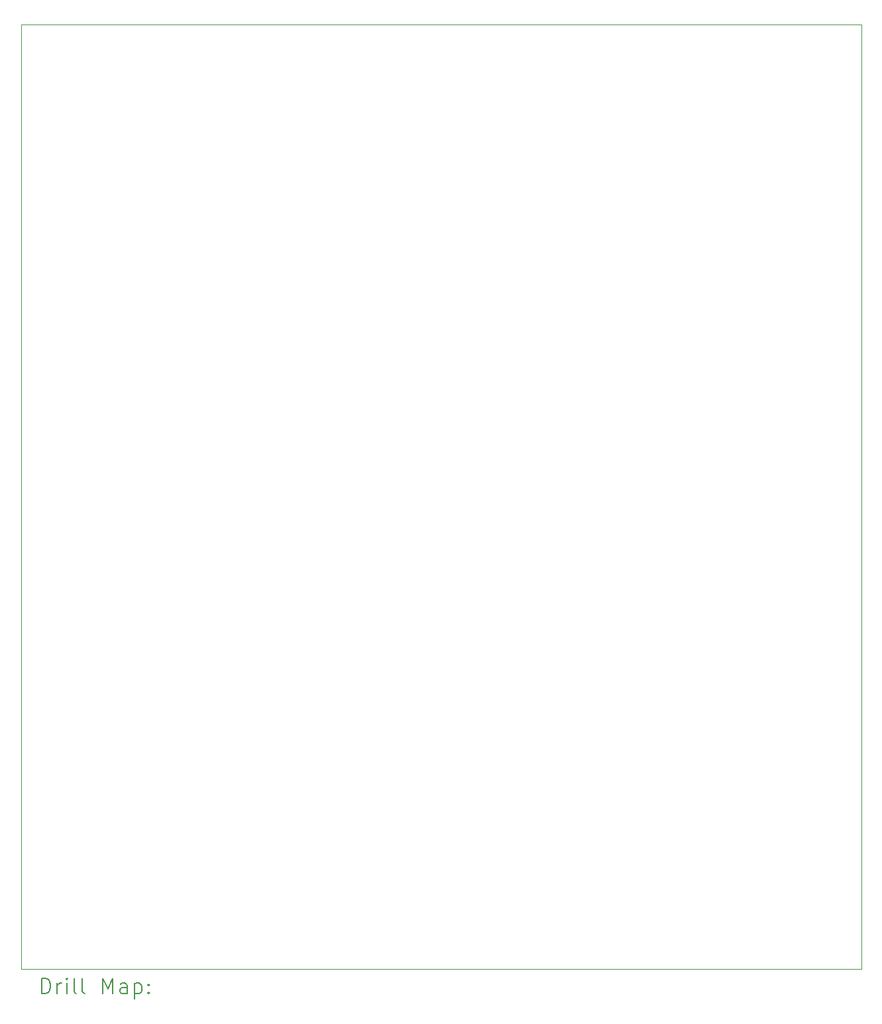
<source format=gbr>
%TF.GenerationSoftware,KiCad,Pcbnew,9.0.6*%
%TF.CreationDate,2025-11-21T06:24:57-05:00*%
%TF.ProjectId,sch,7363682e-6b69-4636-9164-5f7063625858,1.0*%
%TF.SameCoordinates,Original*%
%TF.FileFunction,Drillmap*%
%TF.FilePolarity,Positive*%
%FSLAX45Y45*%
G04 Gerber Fmt 4.5, Leading zero omitted, Abs format (unit mm)*
G04 Created by KiCad (PCBNEW 9.0.6) date 2025-11-21 06:24:57*
%MOMM*%
%LPD*%
G01*
G04 APERTURE LIST*
%ADD10C,0.050000*%
%ADD11C,0.200000*%
G04 APERTURE END LIST*
D10*
X4000500Y-4191000D02*
X14732000Y-4191000D01*
X14732000Y-16256000D01*
X4000500Y-16256000D01*
X4000500Y-4191000D01*
D11*
X4258777Y-16569984D02*
X4258777Y-16369984D01*
X4258777Y-16369984D02*
X4306396Y-16369984D01*
X4306396Y-16369984D02*
X4334967Y-16379508D01*
X4334967Y-16379508D02*
X4354015Y-16398555D01*
X4354015Y-16398555D02*
X4363539Y-16417603D01*
X4363539Y-16417603D02*
X4373063Y-16455698D01*
X4373063Y-16455698D02*
X4373063Y-16484269D01*
X4373063Y-16484269D02*
X4363539Y-16522365D01*
X4363539Y-16522365D02*
X4354015Y-16541412D01*
X4354015Y-16541412D02*
X4334967Y-16560460D01*
X4334967Y-16560460D02*
X4306396Y-16569984D01*
X4306396Y-16569984D02*
X4258777Y-16569984D01*
X4458777Y-16569984D02*
X4458777Y-16436650D01*
X4458777Y-16474746D02*
X4468301Y-16455698D01*
X4468301Y-16455698D02*
X4477824Y-16446174D01*
X4477824Y-16446174D02*
X4496872Y-16436650D01*
X4496872Y-16436650D02*
X4515920Y-16436650D01*
X4582586Y-16569984D02*
X4582586Y-16436650D01*
X4582586Y-16369984D02*
X4573063Y-16379508D01*
X4573063Y-16379508D02*
X4582586Y-16389031D01*
X4582586Y-16389031D02*
X4592110Y-16379508D01*
X4592110Y-16379508D02*
X4582586Y-16369984D01*
X4582586Y-16369984D02*
X4582586Y-16389031D01*
X4706396Y-16569984D02*
X4687348Y-16560460D01*
X4687348Y-16560460D02*
X4677824Y-16541412D01*
X4677824Y-16541412D02*
X4677824Y-16369984D01*
X4811158Y-16569984D02*
X4792110Y-16560460D01*
X4792110Y-16560460D02*
X4782586Y-16541412D01*
X4782586Y-16541412D02*
X4782586Y-16369984D01*
X5039729Y-16569984D02*
X5039729Y-16369984D01*
X5039729Y-16369984D02*
X5106396Y-16512841D01*
X5106396Y-16512841D02*
X5173063Y-16369984D01*
X5173063Y-16369984D02*
X5173063Y-16569984D01*
X5354015Y-16569984D02*
X5354015Y-16465222D01*
X5354015Y-16465222D02*
X5344491Y-16446174D01*
X5344491Y-16446174D02*
X5325444Y-16436650D01*
X5325444Y-16436650D02*
X5287348Y-16436650D01*
X5287348Y-16436650D02*
X5268301Y-16446174D01*
X5354015Y-16560460D02*
X5334967Y-16569984D01*
X5334967Y-16569984D02*
X5287348Y-16569984D01*
X5287348Y-16569984D02*
X5268301Y-16560460D01*
X5268301Y-16560460D02*
X5258777Y-16541412D01*
X5258777Y-16541412D02*
X5258777Y-16522365D01*
X5258777Y-16522365D02*
X5268301Y-16503317D01*
X5268301Y-16503317D02*
X5287348Y-16493793D01*
X5287348Y-16493793D02*
X5334967Y-16493793D01*
X5334967Y-16493793D02*
X5354015Y-16484269D01*
X5449253Y-16436650D02*
X5449253Y-16636650D01*
X5449253Y-16446174D02*
X5468301Y-16436650D01*
X5468301Y-16436650D02*
X5506396Y-16436650D01*
X5506396Y-16436650D02*
X5525444Y-16446174D01*
X5525444Y-16446174D02*
X5534967Y-16455698D01*
X5534967Y-16455698D02*
X5544491Y-16474746D01*
X5544491Y-16474746D02*
X5544491Y-16531888D01*
X5544491Y-16531888D02*
X5534967Y-16550936D01*
X5534967Y-16550936D02*
X5525444Y-16560460D01*
X5525444Y-16560460D02*
X5506396Y-16569984D01*
X5506396Y-16569984D02*
X5468301Y-16569984D01*
X5468301Y-16569984D02*
X5449253Y-16560460D01*
X5630205Y-16550936D02*
X5639729Y-16560460D01*
X5639729Y-16560460D02*
X5630205Y-16569984D01*
X5630205Y-16569984D02*
X5620682Y-16560460D01*
X5620682Y-16560460D02*
X5630205Y-16550936D01*
X5630205Y-16550936D02*
X5630205Y-16569984D01*
X5630205Y-16446174D02*
X5639729Y-16455698D01*
X5639729Y-16455698D02*
X5630205Y-16465222D01*
X5630205Y-16465222D02*
X5620682Y-16455698D01*
X5620682Y-16455698D02*
X5630205Y-16446174D01*
X5630205Y-16446174D02*
X5630205Y-16465222D01*
M02*

</source>
